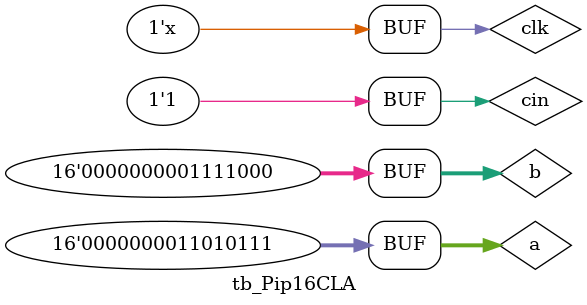
<source format=v>
module DD1(in,clk,out);
	input in, clk;
	output reg out;

	always@(posedge clk) begin
		out<=in;
	end
endmodule


//PGU
module PGU(a,b,p,g);
	input [15:0] a,b;
	output [15:0] p,g;

	assign p=a^b;
	assign g=a&b;

endmodule

//BCLU
module BCLU(p,g,cin,ps,gs,c);
	input [3:0] p,g;
	input cin;
	output ps,gs;
	output [2:0] c;

	assign ps=p[3]&p[2]&p[1]&p[0];
	assign gs=g[3]|p[3]&g[2]|p[3]&p[2]&g[1]|p[3]&p[2]&p[1]&g[0];

	assign c[0]=g[0]|p[0]&cin;
	assign c[1]=g[1]|p[1]&g[0]|p[1]&p[0]&cin;
	assign c[2]=g[2]|p[2]&g[1]|p[2]&p[1]&g[0]|p[2]&p[1]&p[0]&cin;
endmodule

//CLU
module CLU(ps,gs,cin,c);
	input ps,gs,cin;
	output c;


	assign c=gs|ps&cin;
endmodule

//SU
module SU(p,cin,c,s);
	input [15:0] p;
	input cin;
	input [14:0] c;
	output [15:0] s;

	assign s=p^{c,cin};
endmodule



//3bit D1
module D1_3bit(in,clk,out);
	input [2:0] in;
	input clk;
	output reg [2:0] out;

	always@(posedge clk) begin
		out<=in;
	end
endmodule

//4bit D1
module D1_4bit(in,clk,out);
	input [3:0] in;
	input clk;
	output reg [3:0]out;


	always@(posedge clk) begin
		out<=in;
	end
endmodule

//16bit D1
module D1_16bit(in,clk,out);
  	input [15:0] in;
  	input clk;
  	output reg [15:0] out;
  
  	always@(posedge clk) begin
    		out<=in;
  
	end

endmodule


//1bit DD2

module DD2(in,clk,out);

  	input in, clk;

  	output reg out;

  	reg r_data;

  

  	always@(posedge clk) begin
    		r_data <= in;
    		out <= r_data;
   	end
endmodule
 
//1bit DD3

module DD3(in,clk,out);

  	input in, clk;

  	output reg out;

  	reg [1:0] r_data;

  

  	always@(posedge clk) begin
    		r_data[0] <= in;
    		r_data[1] <= r_data[0];
    		out <= r_data[1];
   	end
endmodule
 
//1bit DD4

module DD4(in,clk,out);

  	input in, clk;

  	output reg out;

  	reg [2:0] r_data;

  

  	always@(posedge clk) begin
    		r_data[0] <= in;
    		r_data[1] <= r_data[0];
    		r_data[2] <= r_data[1];
    		out <= r_data[2];
   	end
endmodule


//4bit DD2
module DD2_4bit(in,clk,out);
	input [3:0] in;
	input clk;
	output reg [3:0] out;
	
	reg [3:0] r_data;

	always@(posedge clk) begin
		r_data <= in;
		out <= r_data;
	end
endmodule

//4bit DD3

module DD3_4bit(in,clk,out);
	input [3:0] in;
	input clk;
	output reg [3:0] out;
	
	reg [3:0] r_data[0:1];

	always@(posedge clk) begin
		r_data[0] <= in;
		r_data[1] <= r_data[0];
		out <= r_data[1];
	end
endmodule

//3bit DD2

module DD2_3bit(in,clk,out);
	input [2:0] in;
	input clk;
	output reg [2:0] out;

	reg [2:0] r_data;

	always@(posedge clk) begin
		r_data <= in;
		out <= r_data;
	end
endmodule

//3bit DD3

module DD3_3bit(in,clk,out);
	input [2:0] in;
	input clk;
	output reg [2:0] out;
	
	reg [2:0] r_data[0:1];

	always@(posedge clk) begin
		r_data[0] <= in;
		r_data[1] <= r_data[0];
		out <= r_data[1];
	end
endmodule

//3bit DD4

module DD4_3bit(in,clk,out);
	input [2:0] in;
	input clk;
	output reg [2:0] out;

	reg [2:0] r_data[0:2];

	always@(posedge clk) begin
		r_data[0] <= in;
		r_data[1] <= r_data[0];
		r_data[2] <= r_data[1];
		out <= r_data[2];
	end
endmodule

//16it DD4

module DD4_16bit(in,clk,out);
	input [15:0] in;
	input clk;
	output reg [15:0] out;
	
	reg [15:0] r_data[0:2];

	always@(posedge clk) begin
		r_data[0] <= in;
		r_data[1] <= r_data[0];
		r_data[2] <= r_data[1];
		out <= r_data[2];
	end
endmodule

module Pip16CLA(a,b,cin,clk,s,cout);
	input [15:0] a,b;
	input cin;
	input clk;
	output [15:0] s;
	output cout;

	wire cin2;
	wire cin22;
	wire [15:0] a2,b2,p,g,p2,g2,p22; //pccc
	wire [11:0] p222,g222; //pcc, gcc

	wire [14:0] c;
	wire [2:0] c2;
	wire [15:0] c22;

	wire [3:0] ps,gs,ps2,gs2;

	//D1 PGU
	D1_16bit D1(a,clk,a2);
	D1_16bit D2(b,clk,b2);
	PGU PGU0(a2,b2,p,g);
	D1_16bit D3(p,clk,p2);
	D1_16bit D4(g,clk,g2);

	//BCLU0
	DD2 D11(cin,clk,cin2);
	BCLU BCLU0(p2[3:0],g2[3:0],cin2,ps[0],gs[0],c[2:0]);
	DD1 D12(ps[0],clk,ps2[0]);
	DD1 D13(gs[0],clk,gs2[0]);

	//CLU0
	DD3 D21(cin,clk,cin22);
	CLU CLU0(ps2[0],gs2[0],cin22,c[3]);
	
	//BCLU1
	D1_4bit D31(p2[7:4],clk,p222[3:0]);
	D1_4bit D32(g2[7:4],clk,g222[3:0]);
	BCLU BCLU1(p222[3:0],g222[3:0],c[3],ps[1],gs[1],c[6:4]);
	DD1 D33(ps[1],clk,ps2[1]);
	DD1 D34(gs[1],clk,gs2[1]);


	//CLU1
	DD1 D41(c[3],clk,c2[0]);
	CLU CLU1(ps2[1],gs2[1],c2[0],c[7]);
	
	//BCLU2
	DD2_4bit D42(p2[11:8],clk,p222[7:4]);
	DD2_4bit D43(g2[11:8],clk,g222[7:4]);
	BCLU BCLU2(p222[7:4],g222[7:4],c[7],ps[2],gs[2],c[10:8]);
	DD1 D44(ps[2],clk,ps2[2]);
	DD1 D45(gs[2],clk,gs2[2]);

	//CLU2
	DD1 D51(c[7],clk,c2[1]);
	CLU CLU2(ps2[2],gs2[2],c2[1],c[11]);
	//BCLU3
	DD3_4bit D52(p2[15:12],clk,p222[11:8]);
	DD3_4bit D53(g2[15:12],clk,g222[11:8]);
	BCLU BCLU3(p222[11:8],g222[11:8],c[11],ps[3],gs[3],c[14:12]);
	DD1 D54(ps[3],clk,ps2[3]);
	DD1 D55(gs[3],clk,gs2[3]);
	
	//CLU3
	DD1 D61(c[11],clk,c2[2]);
	CLU CLU3(ps2[3],gs2[3],c2[2],cout);
	//SU
	DD3 D71(cin22,clk,c22[0]);

	DD4_3bit D72(c[2:0],clk,c22[3:1]);
	DD3 D73(c[3],clk,c22[4]);

	DD3_3bit D74(c[6:4],clk,c22[7:5]);
	DD2 D75(c[7],clk,c22[8]);

	DD2_3bit D76(c[10:8],clk,c22[11:9]);
	DD1 D77(c[11],clk,c22[12]);

	D1_3bit D81(c[14:12],clk,c22[15:13]);
	DD4_16bit D82(p2[15:0],clk,p22[15:0]);
	SU SU0(p22,c22[0],c22[15:1],s);
endmodule


`timescale 1ns/1ns

module tb_Pip16CLA();
	reg clk=0;
	reg [15:0]a,b;
	reg cin;
	wire [15:0] s;
	wire cout;

	Pip16CLA Pip16CLA0(a,b,cin,clk,s,cout);

	always #5 clk=~clk;

	initial begin
		a=16'b0110_1111_0111_0111;
		b=16'b0111_0001_0111_1000;
		cin=0;
	
		#150
		a=16'b0011_0000_0000_0000;
		b=16'b1111_0000_0000_0000;
		cin=0;
		
		#150
		a=16'b0000_1111_0111_0111;
		b=16'b0001_0110_0000_1000;
		cin=0;

		#150
		a=16'b0000_0000_0000_0001;
		b=16'b0000_0000_0000_0011;
		cin=1;
		
		#150
		a=16'b0000_0000_1101_0111;
		b=16'b0000_0000_0111_1000;
		cin=1;

	end
		

endmodule













</source>
